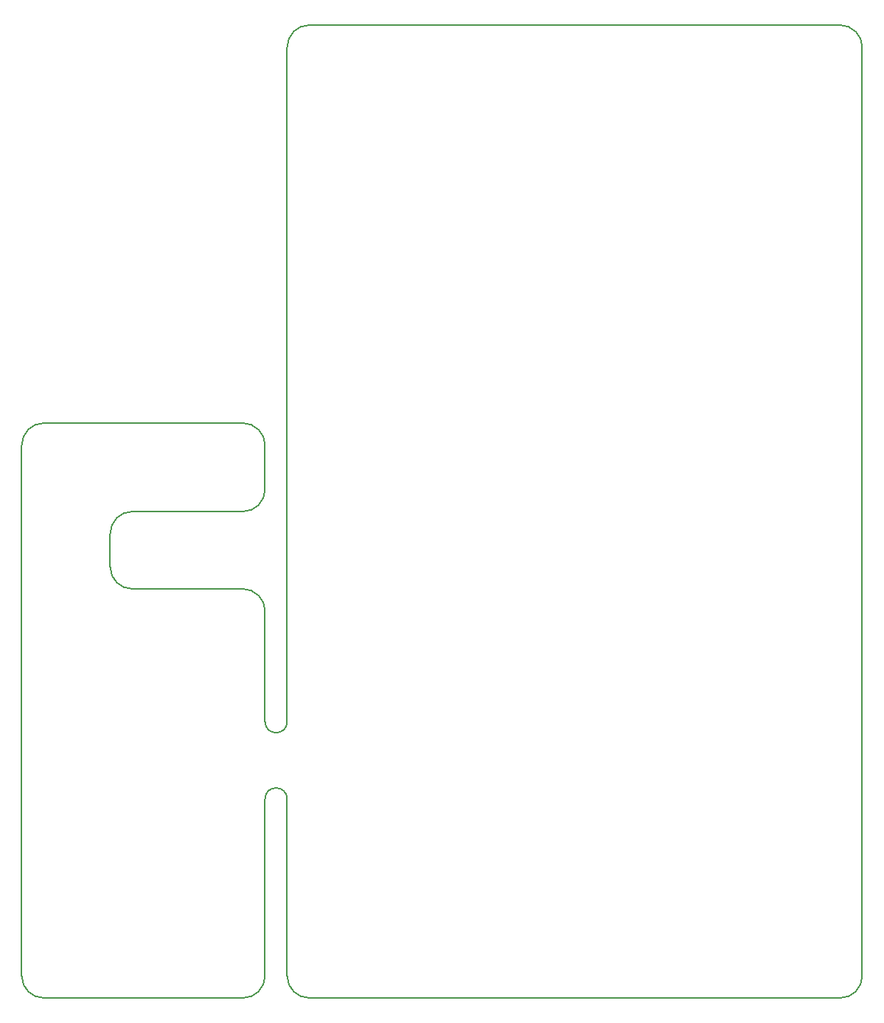
<source format=gm1>
%TF.GenerationSoftware,KiCad,Pcbnew,7.0.7*%
%TF.CreationDate,2023-10-21T15:17:40+02:00*%
%TF.ProjectId,mpad,6d706164-2e6b-4696-9361-645f70636258,rev?*%
%TF.SameCoordinates,Original*%
%TF.FileFunction,Profile,NP*%
%FSLAX46Y46*%
G04 Gerber Fmt 4.6, Leading zero omitted, Abs format (unit mm)*
G04 Created by KiCad (PCBNEW 7.0.7) date 2023-10-21 15:17:40*
%MOMM*%
%LPD*%
G01*
G04 APERTURE LIST*
%TA.AperFunction,Profile*%
%ADD10C,0.150000*%
%TD*%
%TA.AperFunction,Profile*%
%ADD11C,0.200000*%
%TD*%
G04 APERTURE END LIST*
D10*
X102870000Y-99949000D02*
G75*
G03*
X100330000Y-102489000I0J-2540000D01*
G01*
X118110000Y-124079000D02*
X118110001Y-111378999D01*
X118110002Y-92328998D02*
G75*
G03*
X115570000Y-89788998I-2540002J-2D01*
G01*
X118110001Y-153289001D02*
X118110000Y-132969000D01*
X123190000Y-155829000D02*
X184150000Y-155829000D01*
X115570000Y-99949000D02*
G75*
G03*
X118110000Y-97409000I0J2540000D01*
G01*
X120650000Y-46609000D02*
X120650000Y-124079000D01*
X102870000Y-99949000D02*
X115570000Y-99949000D01*
X186690000Y-153289000D02*
X186690000Y-46609000D01*
X123190000Y-44069000D02*
G75*
G03*
X120650000Y-46609000I0J-2540000D01*
G01*
X184150000Y-44069000D02*
X123190000Y-44069000D01*
X90170000Y-92329000D02*
X90170000Y-153289000D01*
X186690000Y-46609000D02*
G75*
G03*
X184150000Y-44069000I-2540000J0D01*
G01*
X102870000Y-108839000D02*
X115570000Y-108839000D01*
X92710000Y-89789000D02*
G75*
G03*
X90170000Y-92328999I0J-2540000D01*
G01*
X118110000Y-124079000D02*
G75*
G03*
X120650000Y-124079000I1270000J0D01*
G01*
X184150000Y-155829000D02*
G75*
G03*
X186690000Y-153289000I0J2540000D01*
G01*
X100330000Y-106299000D02*
G75*
G03*
X102870000Y-108839000I2540000J0D01*
G01*
X115570000Y-89789000D02*
X92710000Y-89789000D01*
X118110001Y-111378999D02*
G75*
G03*
X115570001Y-108838999I-2540001J-1D01*
G01*
X100330000Y-106299000D02*
X100330000Y-102489000D01*
X115570001Y-155829001D02*
G75*
G03*
X118110001Y-153289001I-1J2540001D01*
G01*
X90170000Y-153289000D02*
G75*
G03*
X92710000Y-155829000I2540000J0D01*
G01*
X120650000Y-153289000D02*
X120650000Y-132969000D01*
X120650000Y-153289000D02*
G75*
G03*
X123190000Y-155829000I2540000J0D01*
G01*
X120650000Y-132969000D02*
G75*
G03*
X118110000Y-132969000I-1270000J0D01*
G01*
D11*
X118110000Y-97409000D02*
X118110000Y-92329000D01*
D10*
X92710000Y-155829000D02*
X115570001Y-155829001D01*
M02*

</source>
